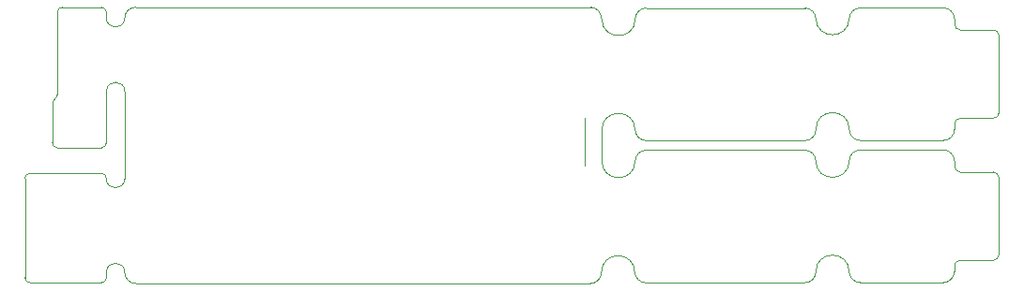
<source format=gbr>
%TF.GenerationSoftware,KiCad,Pcbnew,(6.0.4)*%
%TF.CreationDate,2023-04-22T21:53:27+09:00*%
%TF.ProjectId,kaguya-elec,6b616775-7961-42d6-956c-65632e6b6963,rev?*%
%TF.SameCoordinates,Original*%
%TF.FileFunction,Profile,NP*%
%FSLAX46Y46*%
G04 Gerber Fmt 4.6, Leading zero omitted, Abs format (unit mm)*
G04 Created by KiCad (PCBNEW (6.0.4)) date 2023-04-22 21:53:27*
%MOMM*%
%LPD*%
G01*
G04 APERTURE LIST*
%TA.AperFunction,Profile*%
%ADD10C,0.100000*%
%TD*%
G04 APERTURE END LIST*
D10*
X169070000Y-133780000D02*
G75*
G03*
X169510000Y-134220000I440000J0D01*
G01*
X250445620Y-144918594D02*
X250445620Y-145418594D01*
X173510000Y-146436700D02*
G75*
G03*
X173950000Y-145996656I0J440000D01*
G01*
X250449159Y-135915041D02*
G75*
G03*
X250949173Y-136415041I500041J41D01*
G01*
X236952988Y-133582501D02*
X222652988Y-133582501D01*
X218637980Y-122562500D02*
G75*
G03*
X221652988Y-122582501I1507520J-7600D01*
G01*
X169961127Y-121511127D02*
X173530000Y-121510000D01*
X241961758Y-121566258D02*
G75*
G03*
X240961758Y-122566269I42J-1000042D01*
G01*
X250438499Y-135425701D02*
G75*
G03*
X249438513Y-134425701I-999999J1D01*
G01*
X249445620Y-146418594D02*
X241945620Y-146418594D01*
X169070000Y-133780000D02*
X169070000Y-130280000D01*
X236952988Y-133582488D02*
G75*
G03*
X237952988Y-132582501I12J999988D01*
G01*
X253945621Y-144411521D02*
G75*
G03*
X254445621Y-143911487I-21J500021D01*
G01*
X250447544Y-122566269D02*
X250465311Y-123062716D01*
X241961758Y-121566269D02*
X249447544Y-121566269D01*
X176600000Y-121500000D02*
X217600000Y-121507110D01*
X173500000Y-134220000D02*
G75*
G03*
X173940000Y-133780000I0J440000D01*
G01*
X250961758Y-131566258D02*
G75*
G03*
X250461758Y-132066269I42J-500042D01*
G01*
X250447531Y-122566269D02*
G75*
G03*
X249447544Y-121566269I-999931J69D01*
G01*
X166601171Y-145995529D02*
G75*
G03*
X167041127Y-146435529I439929J-71D01*
G01*
X240954638Y-132559162D02*
G75*
G03*
X241954651Y-133559162I1000062J62D01*
G01*
X240955489Y-132545000D02*
G75*
G03*
X237955489Y-132545000I-1500000J0D01*
G01*
X250465384Y-123062716D02*
G75*
G03*
X250965311Y-123562716I500016J16D01*
G01*
X253958205Y-131562716D02*
X250961758Y-131566269D01*
X167040000Y-136546656D02*
X173510000Y-136546656D01*
X169961127Y-121511127D02*
G75*
G03*
X169521127Y-121951127I-27J-439973D01*
G01*
X250438513Y-135425701D02*
X250449173Y-135915041D01*
X249454651Y-133559162D02*
X241954651Y-133559162D01*
X237947500Y-135442500D02*
G75*
G03*
X236947500Y-134442500I-1000000J0D01*
G01*
X253945621Y-144411487D02*
X250945620Y-144418594D01*
X221652999Y-132582501D02*
G75*
G03*
X222652988Y-133582501I1000001J1D01*
G01*
X175599902Y-145509998D02*
G75*
G03*
X173950000Y-145470000I-825002J17898D01*
G01*
X173940000Y-121950000D02*
G75*
G03*
X173500000Y-121510000I-440000J0D01*
G01*
X221609949Y-145509999D02*
G75*
G03*
X218602500Y-145477500I-1503549J32499D01*
G01*
X173950000Y-145470000D02*
X173950000Y-145996656D01*
X249445620Y-146418620D02*
G75*
G03*
X250445620Y-145418594I-20J1000020D01*
G01*
X250461758Y-132066269D02*
X250454651Y-132559162D01*
X253958205Y-131562705D02*
G75*
G03*
X254458205Y-131062716I-5J500005D01*
G01*
X173940098Y-137010002D02*
G75*
G03*
X175590000Y-137050000I825002J-17898D01*
G01*
X169249978Y-129859978D02*
G75*
G03*
X169071127Y-130271127I405622J-420922D01*
G01*
X249454651Y-133559151D02*
G75*
G03*
X250454651Y-132559162I49J999951D01*
G01*
X173940000Y-121950000D02*
X173950000Y-122470000D01*
X175600000Y-145510000D02*
G75*
G03*
X176600000Y-146510000I1000000J0D01*
G01*
X237947989Y-122502500D02*
G75*
G03*
X240947989Y-122502500I1500000J0D01*
G01*
X217600000Y-146507900D02*
G75*
G03*
X218600000Y-145507893I0J1000000D01*
G01*
X241952727Y-134425727D02*
G75*
G03*
X240952727Y-135425701I-27J-999973D01*
G01*
X218637989Y-132612500D02*
X218640000Y-135430000D01*
X167040000Y-136546700D02*
G75*
G03*
X166600000Y-136986656I0J-440000D01*
G01*
X218599990Y-122507110D02*
G75*
G03*
X217600000Y-121507110I-999990J10D01*
G01*
X175590000Y-129142882D02*
X175590000Y-137050000D01*
X175605051Y-129142882D02*
G75*
G03*
X173955051Y-129102882I-825051J17882D01*
G01*
X169510000Y-134220000D02*
X173510000Y-134220000D01*
X222652988Y-121582488D02*
G75*
G03*
X221652988Y-122582501I12J-1000012D01*
G01*
X250965311Y-123562716D02*
X253958205Y-123569822D01*
X237952999Y-122582501D02*
G75*
G03*
X236952988Y-121582501I-999999J1D01*
G01*
X176600000Y-121500051D02*
G75*
G03*
X175600000Y-122510000I0J-1000049D01*
G01*
X169521127Y-121951127D02*
X169521127Y-129380000D01*
X236947500Y-146442500D02*
X222610000Y-146440000D01*
X166601127Y-145995529D02*
X166600000Y-136986656D01*
X250949173Y-136415041D02*
X253945621Y-136418593D01*
X254445621Y-136918593D02*
X254445621Y-143911487D01*
X173950098Y-122470002D02*
G75*
G03*
X175600000Y-122510000I825002J-17898D01*
G01*
X173950000Y-129085000D02*
X173940000Y-133780000D01*
X254458278Y-124069822D02*
G75*
G03*
X253958205Y-123569822I-500078J-78D01*
G01*
X237940054Y-135400000D02*
G75*
G03*
X240952727Y-135425701I1506446J0D01*
G01*
X218640000Y-135430000D02*
G75*
G03*
X221640000Y-135430000I1500000J0D01*
G01*
X176590000Y-146510000D02*
X217600000Y-146507893D01*
X240945606Y-145418594D02*
G75*
G03*
X241945620Y-146418594I999994J-6D01*
G01*
X222647500Y-134442500D02*
X236947500Y-134442500D01*
X169270005Y-129860007D02*
G75*
G03*
X169520000Y-129350000I-414405J519407D01*
G01*
X222647500Y-134442500D02*
G75*
G03*
X221647500Y-135442500I0J-1000000D01*
G01*
X254458205Y-124069822D02*
X254458205Y-131062716D01*
X222652988Y-121582501D02*
X236952988Y-121582501D01*
X217100000Y-131550000D02*
X217100000Y-135870000D01*
X254445607Y-136918593D02*
G75*
G03*
X253945621Y-136418593I-500007J-7D01*
G01*
X173510000Y-146436656D02*
X167041127Y-146435529D01*
X250945620Y-144418620D02*
G75*
G03*
X250445620Y-144918594I-20J-499980D01*
G01*
X221637989Y-132612500D02*
G75*
G03*
X218637989Y-132612500I-1500000J0D01*
G01*
X240947500Y-145442500D02*
G75*
G03*
X237947500Y-145442500I-1500000J0D01*
G01*
X241952727Y-134425701D02*
X249438513Y-134425701D01*
X221610000Y-145440000D02*
G75*
G03*
X222610000Y-146440000I1000000J0D01*
G01*
X236947500Y-146442500D02*
G75*
G03*
X237947500Y-145442500I0J1000000D01*
G01*
X173940047Y-137010004D02*
G75*
G03*
X173510000Y-136546656I-430047J32104D01*
G01*
M02*

</source>
